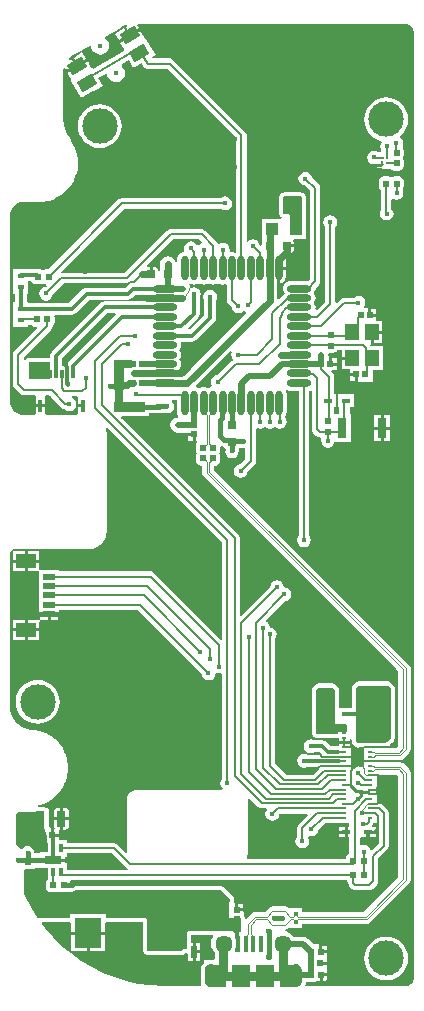
<source format=gtl>
%FSTAX23Y23*%
%MOIN*%
%SFA1B1*%

%IPPOS*%
%AMD23*
4,1,8,-0.009800,0.008300,-0.009800,-0.008300,-0.007300,-0.010800,0.007300,-0.010800,0.009800,-0.008300,0.009800,0.008300,0.007300,0.010800,-0.007300,0.010800,-0.009800,0.008300,0.0*
1,1,0.005000,-0.007300,0.008300*
1,1,0.005000,-0.007300,-0.008300*
1,1,0.005000,0.007300,-0.008300*
1,1,0.005000,0.007300,0.008300*
%
%AMD24*
4,1,4,-0.014800,-0.031300,0.034500,-0.002800,0.014800,0.031300,-0.034500,0.002800,-0.014800,-0.031300,0.0*
%
%AMD28*
4,1,8,0.008300,0.009800,-0.008300,0.009800,-0.010800,0.007300,-0.010800,-0.007300,-0.008300,-0.009800,0.008300,-0.009800,0.010800,-0.007300,0.010800,0.007300,0.008300,0.009800,0.0*
1,1,0.005000,0.008300,0.007300*
1,1,0.005000,-0.008300,0.007300*
1,1,0.005000,-0.008300,-0.007300*
1,1,0.005000,0.008300,-0.007300*
%
%AMD38*
4,1,8,0.013000,-0.011600,0.013000,0.011600,0.009700,0.014900,-0.009700,0.014900,-0.013000,0.011600,-0.013000,-0.011600,-0.009700,-0.014900,0.009700,-0.014900,0.013000,-0.011600,0.0*
1,1,0.006600,0.009700,-0.011600*
1,1,0.006600,0.009700,0.011600*
1,1,0.006600,-0.009700,0.011600*
1,1,0.006600,-0.009700,-0.011600*
%
%AMD40*
4,1,8,0.011600,0.013000,-0.011600,0.013000,-0.014900,0.009700,-0.014900,-0.009700,-0.011600,-0.013000,0.011600,-0.013000,0.014900,-0.009700,0.014900,0.009700,0.011600,0.013000,0.0*
1,1,0.006600,0.011600,0.009700*
1,1,0.006600,-0.011600,0.009700*
1,1,0.006600,-0.011600,-0.009700*
1,1,0.006600,0.011600,-0.009700*
%
%AMD46*
4,1,8,-0.014900,0.021900,-0.014900,-0.021900,-0.011200,-0.025600,0.011200,-0.025600,0.014900,-0.021900,0.014900,0.021900,0.011200,0.025600,-0.011200,0.025600,-0.014900,0.021900,0.0*
1,1,0.007400,-0.011200,0.021900*
1,1,0.007400,-0.011200,-0.021900*
1,1,0.007400,0.011200,-0.021900*
1,1,0.007400,0.011200,0.021900*
%
%AMD107*
4,1,8,-0.023600,0.017600,-0.023600,-0.017600,-0.003800,-0.037400,0.003800,-0.037400,0.023600,-0.017600,0.023600,0.017600,0.003800,0.037400,-0.003800,0.037400,-0.023600,0.017600,0.0*
1,1,0.039600,-0.003800,0.017600*
1,1,0.039600,-0.003800,-0.017600*
1,1,0.039600,0.003800,-0.017600*
1,1,0.039600,0.003800,0.017600*
%
%ADD10C,0.009800*%
%ADD11C,0.003900*%
%ADD12C,0.007900*%
%ADD13C,0.023600*%
%ADD14C,0.005900*%
%ADD16C,0.019700*%
%ADD17R,0.019300X0.038800*%
%ADD18R,0.059100X0.074800*%
%ADD19R,0.015700X0.053100*%
%ADD20R,0.066900X0.047200*%
%ADD21R,0.039400X0.019700*%
%ADD22R,0.022800X0.021300*%
G04~CAMADD=23~8~0.0~0.0~217.0~197.0~25.0~0.0~15~0.0~0.0~0.0~0.0~0~0.0~0.0~0.0~0.0~0~0.0~0.0~0.0~90.0~196.0~216.0*
%ADD23D23*%
G04~CAMADD=24~9~0.0~0.0~571.0~394.0~0.0~0.0~0~0.0~0.0~0.0~0.0~0~0.0~0.0~0.0~0.0~0~0.0~0.0~0.0~210.0~690.0~625.0*
%ADD24D24*%
%ADD25R,0.016500X0.009100*%
%ADD26R,0.029500X0.011800*%
%ADD27R,0.025200X0.016500*%
G04~CAMADD=28~8~0.0~0.0~217.0~197.0~25.0~0.0~15~0.0~0.0~0.0~0.0~0~0.0~0.0~0.0~0.0~0~0.0~0.0~0.0~0.0~217.0~197.0*
%ADD28D28*%
%ADD29R,0.031500X0.066900*%
%ADD30O,0.023600X0.080700*%
%ADD31O,0.080700X0.023600*%
%ADD32R,0.013800X0.029500*%
%ADD33R,0.057100X0.025600*%
%ADD34R,0.021300X0.022800*%
%ADD35R,0.047200X0.055100*%
%ADD36R,0.011800X0.039400*%
%ADD37R,0.011800X0.027600*%
G04~CAMADD=38~8~0.0~0.0~299.0~260.0~33.0~0.0~15~0.0~0.0~0.0~0.0~0~0.0~0.0~0.0~0.0~0~0.0~0.0~0.0~270.0~260.0~298.0*
%ADD38D38*%
%ADD39R,0.039400X0.039400*%
G04~CAMADD=40~8~0.0~0.0~299.0~260.0~33.0~0.0~15~0.0~0.0~0.0~0.0~0~0.0~0.0~0.0~0.0~0~0.0~0.0~0.0~0.0~299.0~260.0*
%ADD40D40*%
%ADD41R,0.033500X0.033500*%
%ADD42R,0.033500X0.033500*%
%ADD43R,0.024000X0.016000*%
%ADD44R,0.013000X0.011000*%
%ADD45R,0.011000X0.013000*%
G04~CAMADD=46~8~0.0~0.0~512.0~299.0~37.0~0.0~15~0.0~0.0~0.0~0.0~0~0.0~0.0~0.0~0.0~0~0.0~0.0~0.0~90.0~298.0~512.0*
%ADD46D46*%
%ADD47R,0.090600X0.098400*%
%ADD48R,0.014200X0.013000*%
%ADD87C,0.017700*%
%ADD88C,0.050000*%
%ADD89C,0.031500*%
%ADD90C,0.015700*%
%ADD91C,0.005100*%
%ADD92C,0.004300*%
%ADD93C,0.006700*%
%ADD94C,0.011800*%
%ADD95C,0.021300*%
%ADD96C,0.017700*%
%ADD97C,0.013000*%
%ADD98C,0.027600*%
%ADD99C,0.021700*%
%ADD100C,0.008700*%
%ADD101C,0.007100*%
%ADD102C,0.004400*%
%ADD103C,0.006900*%
%ADD104C,0.013800*%
%ADD105C,0.033500*%
%ADD106C,0.057100*%
G04~CAMADD=107~8~0.0~0.0~748.0~472.0~198.0~0.0~15~0.0~0.0~0.0~0.0~0~0.0~0.0~0.0~0.0~0~0.0~0.0~0.0~90.0~472.0~748.0*
%ADD107D107*%
%ADD108C,0.118100*%
%ADD109C,0.015700*%
%LNleft_board-1*%
%LPD*%
G36*
X03487Y04524D02*
X0349Y04524D01*
X03495Y04522*
X035Y0452*
X03504Y04517*
X03508Y04513*
X03511Y04509*
X03513Y04504*
X03514Y04499*
X03515Y04496*
Y01343*
X03514Y01341*
X03513Y01336*
X03511Y01331*
X03508Y01326*
X03504Y01322*
X03499Y01319*
X03495Y01317*
X03489Y01316*
X03487Y01316*
X03156Y01316*
X03152Y01321*
X03154Y01324*
X03154Y0133*
X03159*
X03163Y01329*
X03178*
X03185Y0133*
X0319Y01334*
X03191Y01336*
X03194Y01334*
X03199Y01333*
X03201*
Y01354*
X03206*
Y01359*
X03226*
Y01362*
X03225Y01367*
X03225Y01372*
Y01387*
X03203*
Y01397*
X03225*
Y0141*
X03225*
Y01426*
X03204*
Y01431*
X03199*
Y01451*
X03198*
Y01455*
X03182*
X03163Y01474*
X03155Y01479*
X03146Y01481*
X03113*
X03108Y01487*
X03099Y01494*
X03089Y01498*
X03084Y01499*
X03084Y01504*
X03085*
X03091Y01505*
X03095Y01508*
X031Y01509*
X03142*
Y01522*
X03357*
X03363Y01524*
X03369Y01527*
X035Y01658*
X03503Y01663*
X03504Y01669*
Y02027*
X03503Y02034*
X035Y02039*
X03481Y02058*
X03476Y02061*
X03469Y02063*
X03391*
Y02068*
X03392Y02069*
X03468*
X03475Y0207*
X0348Y02074*
X035Y02093*
X03503Y02099*
X03505Y02105*
Y02376*
X03503Y02382*
X035Y02387*
X0285Y03037*
Y03051*
X02854*
X0286Y03053*
X02866Y03056*
X02869Y03062*
X0287Y03068*
Y03083*
X02869Y03089*
X02866Y03093*
X02869Y03097*
X0287Y03103*
Y03113*
X02874Y03115*
X02875Y03116*
X02879Y03115*
X02883Y03109*
X02887Y03107*
Y03103*
X02886Y03098*
X02888Y03089*
X02893Y03082*
X029Y03077*
X02909Y03075*
X02918Y03077*
X02925Y03082*
X0293Y03089*
X02932Y03098*
X02931Y03103*
Y03109*
X02932Y03111*
X02939*
X02944Y0311*
X02949Y03111*
X02953Y03108*
Y03074*
X02934Y03055*
X02929Y03054*
X02921Y03049*
X02916Y03042*
X02914Y03033*
X02916Y03024*
X02921Y03017*
X02929Y03012*
X02938Y0301*
X02946Y03012*
X02954Y03017*
X02959Y03024*
X0296Y0303*
X02984Y03054*
X02988Y0306*
X02989Y03066*
Y03173*
X02993Y03175*
X02994Y03175*
X03003Y03173*
X03011Y03175*
X03019Y0318*
X03026Y03175*
X03035Y03173*
X03044Y03175*
X03051Y0318*
X03059Y03175*
X03067Y03173*
X03076Y03175*
X03084Y0318*
X03089Y03188*
X03091Y03196*
X03089Y03205*
X03085Y03212*
Y03214*
X03088Y03218*
X0309Y03224*
X03091Y03231*
Y03288*
X0309Y03295*
X03088Y033*
X0309Y03302*
X0309Y03302*
X03092Y03304*
X03097Y03301*
X03104Y03301*
X03132*
Y02818*
X03128Y02812*
X03126Y02803*
X03128Y02794*
X03133Y02786*
X0314Y02781*
X03149Y0278*
X03158Y02781*
X03165Y02786*
X0317Y02794*
X03172Y02803*
X0317Y02812*
X03166Y02818*
Y033*
X03171Y03301*
X03175Y03299*
Y03173*
X03176Y03167*
X0318Y03161*
X0319Y03151*
X03196Y03147*
X03203Y03145*
X03203Y03145*
X03206Y0314*
X03205Y03133*
X03207Y03125*
X03212Y03117*
X03219Y03112*
X03228Y0311*
X03237Y03112*
X03244Y03117*
X03249Y03125*
X0325Y03128*
X03305*
Y03223*
X03301*
Y03245*
X03315*
Y03289*
X03263*
Y03245*
X03265*
Y03223*
X03249*
Y03245*
X03256*
Y03289*
X03249*
Y03346*
X03248Y03353*
X03244Y03358*
X03239Y03364*
X03241Y03369*
X03258*
Y03384*
X03236*
Y03389*
X03231*
Y03413*
X03231Y03414*
X03229Y03418*
X03228Y03421*
X03233Y03426*
X03245*
X03251Y03428*
X03257Y03431*
X0326Y03435*
X03275*
Y03414*
X03309*
Y03404*
X03275*
Y03372*
X03301*
Y0336*
X03323*
Y03355*
X03328*
Y03334*
X03328*
Y0333*
X03379*
Y03368*
X03413*
Y03451*
X03372*
X0337Y03453*
X03371Y03454*
Y03496*
X03376*
Y03501*
X03409*
Y03534*
X0339*
Y03547*
X03368*
Y03552*
X03363*
Y03572*
X03363*
Y03576*
X03351*
X03349Y03581*
X03352Y03585*
X03353Y03594*
X03352Y03603*
X03347Y0361*
X03339Y03615*
X0333Y03617*
X03321Y03615*
X03315Y03611*
X03283*
X03276Y0361*
X03271Y03606*
X03258Y03593*
X03253Y03595*
Y03847*
X03257Y03853*
X03259Y03862*
X03257Y03871*
X03252Y03878*
X03245Y03883*
X03236Y03885*
X03227Y03883*
X03219Y03878*
X03214Y03871*
X03213Y03862*
X03214Y03853*
X03218Y03847*
Y03597*
X03192Y03571*
X03186Y03572*
X03186Y03572*
X03187Y03578*
X03186Y03585*
X03183Y03591*
X03181Y03594*
X03183Y03597*
X03186Y03603*
X03187Y0361*
X03186Y03616*
X03183Y03623*
X03181Y03626*
X03183Y03628*
X03186Y03635*
X03187Y03641*
Y03642*
X03197Y03652*
X03201Y03658*
X03203Y03665*
Y03976*
X03201Y03983*
X03197Y03989*
X03176Y04011*
X03174Y04016*
X03169Y04024*
X03162Y04029*
X03153Y04031*
X03144Y04029*
X03137Y04024*
X03132Y04016*
X0313Y04007*
X03132Y03999*
X03137Y03991*
X03144Y03986*
X0315Y03985*
X03167Y03968*
Y03672*
X03161Y03667*
X03161*
X03104*
X03097Y03666*
X03091Y03664*
X03086Y0366*
X03082Y03654*
X03079Y03648*
X03078Y03641*
X03079Y03635*
X03082Y03628*
X03084Y03626*
X03082Y03623*
X0308Y0362*
X03079Y03619*
X03065Y03605*
X0306Y03607*
Y03655*
X0306Y03655*
Y03708*
X03065*
Y03713*
X03088*
Y03737*
X03086Y03745*
X03081Y03752*
X03081Y03753*
X03081Y03755*
X03082Y03758*
X03086*
Y03783*
X03091*
Y03788*
X03114*
Y03795*
X03113Y038*
X03112Y03802*
X03115Y03807*
X03155*
Y03839*
X03155Y0384*
Y03944*
X03154Y0395*
X03151Y03954*
X03147Y03958*
X03143Y03961*
X03137Y03962*
X03082*
X03077Y03961*
X03072Y03958*
X03068Y03954*
X03065Y0395*
X03064Y03944*
Y03893*
X03065Y03888*
X03068Y03883*
X03072Y03879*
X03074Y03879*
X03073Y03875*
X03072Y03874*
X03009*
Y03839*
X03009Y03838*
X03008Y03831*
Y03787*
X03003Y03784*
X03002Y03784*
X03001Y03785*
X03Y03791*
X02995Y03798*
X02988Y03803*
X02979Y03805*
X0297Y03803*
X02963Y03798*
X02962Y03797*
X02957Y03798*
Y04152*
X02955Y04159*
X02952Y04164*
X02713Y04403*
X02708Y04406*
X02701Y04408*
X02644*
X02643Y04413*
X02654Y04419*
X0262Y04477*
X02619Y04476*
X02615Y04478*
X02603Y045*
X02569Y0448*
X02536Y04461*
X02548Y04441*
Y04435*
X02547Y04434*
X02548Y04432*
X02446Y04373*
X02445Y04375*
X02444Y04375*
X02439Y04377*
X02427Y04398*
X02394Y04379*
X0236Y0436*
X02372Y04339*
Y04333*
X02371Y04333*
X02405Y04275*
X02445Y04299*
X02448Y04299*
X02454Y04303*
X02454Y04304*
X02478Y04317*
X02463Y04343*
X02488Y04357*
X02492Y04355*
X02493Y04355*
X02493Y04351*
X02496Y04344*
X02501Y04338*
X02507Y04333*
X02515Y0433*
X02522Y04329*
X0253Y0433*
X02537Y04333*
X02543Y04338*
X02548Y04344*
X02551Y04351*
X02552Y04359*
X02551Y04367*
X02548Y04374*
X02543Y0438*
X02541Y04382*
X02541Y04388*
X02541Y04388*
X02565Y04402*
X0258Y04376*
X02607Y04392*
X02613Y04382*
X02614Y0438*
X02615Y04378*
X02616Y04378*
X02617Y04377*
X02619Y04376*
X02621Y04375*
X02622Y04375*
X02623Y04374*
X02625Y04374*
X02627Y04373*
X02694*
X02922Y04145*
Y03764*
X02917Y03761*
X02915Y03762*
X02908Y03763*
X02904Y03762*
X029Y03766*
X029Y03766*
X02901Y03771*
X02899Y0378*
X02894Y03788*
X02886Y03793*
X02878Y03794*
X02869Y03793*
X02864Y03789*
X02861Y03791*
X02857Y03796*
X02819Y03834*
X02813Y03838*
X02807Y03839*
X02704*
X02698Y03838*
X02692Y03834*
X0255Y03692*
X02341*
X02339Y03696*
X02339Y03697*
X02548Y03907*
X02873*
X02878Y03903*
X02886Y03902*
X02895Y03903*
X02903Y03908*
X02908Y03916*
X02909Y03925*
X02908Y03934*
X02903Y03941*
X02895Y03946*
X02886Y03948*
X02878Y03946*
X02873Y03943*
X02541*
X02534Y03941*
X02528Y03938*
X02296Y03706*
X02289*
X02283Y03704*
X02279Y03702*
X02275Y03704*
X02269Y03706*
X02254*
X02252Y03705*
X0223*
Y03706*
X02178*
Y03667*
Y03623*
X02184*
Y03596*
X02178*
Y03557*
Y03513*
X0223*
Y03521*
X02237*
X02238Y03519*
X02244Y03515*
X0225Y03514*
X02258*
X02259Y03509*
X02184Y03434*
X0218Y03428*
X02178Y03421*
Y03322*
X0218Y03315*
X02184Y0331*
X02203Y0329*
X02209Y03286*
X02216Y03285*
X02251*
X02254Y03281*
Y0328*
Y03256*
X02286*
Y0328*
Y03281*
X0229Y03285*
X02299*
X0234Y03244*
X02346Y0324*
X02349Y03239*
X02357Y03234*
X02366Y03232*
X02375Y03234*
X02382Y03239*
X02387Y03247*
X02389Y03255*
X02387Y03264*
X02382Y03272*
X02375Y03277*
X02375Y03282*
X0239*
X02395Y03281*
Y03277*
Y03256*
X02411*
Y03246*
X02395*
Y03226*
X0239Y03221*
X02291*
X02286Y03222*
Y03226*
Y03246*
X02254*
Y03226*
X02249Y03221*
X0221*
X02206*
X02198Y03223*
X02191Y03226*
X02184Y0323*
X02179Y03236*
X02174Y03242*
X02171Y0325*
X0217Y03257*
X0217Y03261*
Y03261*
Y03261*
X02169Y03884*
Y03889*
X02171Y03898*
X02174Y03906*
X02179Y03914*
X02186Y0392*
X02193Y03925*
X02202Y03929*
X02211Y03931*
X02215*
X02264Y03931*
X02264*
X02264*
X02274Y03931*
X02275Y03931*
X02276*
X02296Y03934*
X02297Y03934*
X02298Y03934*
X02318Y03941*
X02318Y03941*
X02319Y03942*
X02337Y03952*
X02338Y03952*
X02339Y03953*
X02355Y03966*
X02356Y03966*
X02356Y03967*
X0237Y03982*
X0237Y03983*
X02371Y03984*
X02382Y04001*
X02382Y04002*
X02383Y04003*
X0239Y04022*
X0239Y04023*
X02391Y04024*
X02395Y04044*
Y04045*
X02395Y04046*
X02395Y04067*
X02395Y04068*
Y04069*
X02392Y04089*
X02392Y0409*
X02391Y04091*
X02385Y0411*
X02384Y04111*
X02384Y04112*
X0238Y04121*
X02379Y04121*
X02379Y04121*
X02364Y04148*
X02364Y04149*
X02364Y04149*
X02359Y04156*
X02352Y04172*
X02347Y04189*
X02345Y04207*
X02345Y04215*
Y04216*
X02344Y04358*
Y04358*
Y04358*
X02344Y04362*
X02345Y04371*
X02346Y04374*
X02351Y04375*
X02355Y04368*
X02384Y04385*
X02372Y04406*
X02367Y04404*
X02364Y04407*
X02366Y0441*
X02373Y04416*
X02377Y04418*
X02434Y04451*
X02435Y04451*
X0244Y04449*
X0244Y04443*
X02443Y04436*
X02448Y0443*
X02454Y04425*
X02461Y04422*
X02469Y04421*
X02477Y04422*
X02484Y04425*
X0249Y0443*
X02495Y04436*
X02498Y04443*
X02499Y04451*
X02498Y04459*
X02495Y04466*
X0249Y04472*
X02486Y04475*
X02485Y04478*
X02486Y04481*
X02537Y04511*
X02537Y04511*
X02537Y04511*
X02543Y04515*
X02556Y0452*
X02558Y04519*
X02559Y04514*
X02556Y04513*
X02569Y04491*
X02598Y04508*
X02591Y04519*
X02591Y0452*
X02592Y04521*
X02594Y04524*
X02687*
X03487*
G37*
G36*
X03141Y03944D02*
Y0384D01*
X03102*
Y03886*
X03099Y03889*
X03082*
X03078Y03893*
Y03944*
X03082Y03948*
X03137*
X03141Y03944*
G37*
G36*
X02808Y03797D02*
X02806Y03792D01*
X02805Y03792*
X02798Y03787*
X02797Y03786*
X02791Y03786*
X02788Y03791*
X0278Y03796*
X02771Y03798*
X02762Y03796*
X02755Y03791*
X0275Y03784*
X02748Y03775*
X0275Y03767*
X02748Y03764*
X02747Y03762*
X02744Y03762*
X02738Y03759*
X02732Y03755*
X02728Y0375*
X02726Y03743*
X02725Y03737*
Y03729*
X0272Y03729*
X02717Y03735*
X02713Y0374*
X02708Y03745*
X02702Y03747*
X02695Y03748*
X02688Y03747*
X02682Y03745*
X02677Y0374*
X02672Y03735*
X0267Y03729*
X02669Y03722*
Y03707*
X02669Y03707*
X02667Y037*
X02663*
X02662Y03705*
X02659Y0371*
X02654Y03713*
X02649Y03714*
X02644*
Y03689*
X02634*
Y03714*
X0263*
X02626Y03713*
X02624Y03718*
X02711Y03805*
X028*
X02808Y03797*
G37*
G36*
X02832Y03657D02*
X02838Y03655D01*
X02845Y03654*
X02852Y03655*
X02858Y03657*
X02861Y03659*
X02864Y03657*
X0287Y03655*
X02877Y03654*
X02883Y03655*
X02886Y03656*
X02891Y03653*
Y03603*
X02893Y03597*
X02896Y03591*
X02907Y03581*
X02909Y03573*
X02914Y03566*
X02921Y03561*
X0293Y03559*
X02939Y03561*
X02946Y03566*
X02948Y03568*
X02952Y03565*
X02956Y03564*
X02957Y0356*
X0275Y03352*
X02737*
X02737Y03353*
X02684*
Y03363*
X02733*
X02733Y03366*
X0273Y03371*
X0273Y03371*
X02735Y03376*
X02737Y03383*
X02738Y03389*
X02737Y03396*
X02735Y03402*
X02732Y03405*
X02735Y03408*
X02737Y03414*
X02738Y03421*
X02737Y03427*
X02735Y03434*
X02732Y03437*
X02735Y03439*
X02737Y03446*
X02738Y03452*
X02737Y03459*
Y0346*
X0274Y03464*
X02775*
X02783Y03465*
X02789Y0347*
X02849Y0353*
X02854Y03536*
X02855Y03544*
Y03603*
X02857Y03604*
X02858Y03613*
X02857Y03622*
X02852Y0363*
X02844Y03635*
X02835Y03636*
X02826Y03635*
X02819Y0363*
X02814Y03622*
X02812Y03613*
X02814Y03604*
X02815Y03603*
Y03552*
X02768Y03505*
X02765Y03505*
X02763Y0351*
X02796Y03543*
X028Y03549*
X02802Y03557*
Y03612*
X02803Y03614*
X02805Y03623*
X02803Y03632*
X02798Y03639*
X0279Y03644*
X02782Y03646*
X02773Y03644*
X02772Y03644*
X02768Y03646*
X02767Y03651*
X02764Y03655*
X02768Y03658*
X02769Y03657*
X02775Y03655*
X02782Y03654*
X02789Y03655*
X02795Y03657*
X02798Y03659*
X02801Y03657*
X02807Y03655*
X02814Y03654*
X0282Y03655*
X02826Y03657*
X02829Y03659*
X02832Y03657*
G37*
G36*
X02242Y03661D02*
X02248Y03657D01*
X02254Y03656*
X02269*
X02275Y03657*
X02279Y0366*
X02283Y03657*
X02289Y03656*
X0229Y03654*
X02291Y03651*
X02288Y03647*
X0228Y03646*
X02273Y03641*
X02268Y03633*
X02266Y03625*
X02268Y03616*
X02273Y03608*
X0228Y03603*
X02289Y03601*
X02298Y03603*
X02305Y03608*
X0231Y03616*
X02312Y03623*
X02347Y03658*
X02557*
X02561Y03659*
X02563Y03654*
X02553Y03644*
X02424*
X02417Y03643*
X0241Y03638*
X02366Y03594*
X0223*
Y03596*
X02224*
Y03623*
X0223*
Y03662*
Y03665*
X02239*
X02242Y03661*
G37*
G36*
X02634Y03616D02*
X02634Y03615D01*
X02684*
Y03605*
X02634*
X02634Y03603*
X02631Y03598*
X02484*
X02476Y03597*
X0247Y03592*
X02307Y0343*
X02302Y03423*
X02301Y03415*
Y03411*
X02232*
X02226Y0341*
X02222Y03407*
X02219Y03403*
X02215Y03404*
X02214Y03404*
Y03413*
X02306Y03504*
X0231Y0351*
X02311Y03517*
Y03518*
X02312Y03519*
X02316Y03524*
X02317Y03531*
Y03547*
X02316Y03549*
X02321Y03554*
X02374*
X02382Y03556*
X02388Y0356*
X02433Y03604*
X02561*
X02569Y03606*
X02576Y0361*
X02587Y03621*
X02631*
X02634Y03616*
G37*
G36*
X02521Y03554D02*
X02366Y03398D01*
X02361Y03392*
X0236Y03384*
Y03383*
X02341*
Y03407*
X02492Y03558*
X02519*
X02521Y03554*
G37*
G36*
X02301Y03356D02*
X02301Y03354D01*
Y03338*
X02232*
Y03397*
X02301*
Y03356*
G37*
G36*
X02907Y0343D02*
X02906Y03421D01*
X02907Y03412*
X02912Y03404*
Y03404*
X02909Y03401*
X0286Y03353*
X02853Y03352*
X02845Y03347*
X0284Y03339*
X02839Y0333*
X0284Y03321*
X02842Y03318*
X0284Y03313*
X02838Y03313*
X02832Y0331*
X02829Y03308*
X02826Y0331*
X0282Y03313*
X02814Y03314*
X02807Y03313*
X02801Y0331*
X02798Y03308*
X02795Y0331*
X0279Y03312*
X02788Y03317*
X02903Y03433*
X02907Y0343*
G37*
G36*
X02725Y03231D02*
X02726Y03224D01*
X02728Y03218*
X0273Y03215*
X02728Y0321*
X02727*
X02717Y03209*
X02709Y03203*
X02704Y03195*
X02702Y03186*
X02704Y03176*
X02709Y03168*
X02717Y03163*
X02727Y03161*
X02761*
Y0316*
X02782*
Y03155*
X02787*
Y03134*
X0279*
X02791Y03132*
X02792Y03129*
X02789Y03124*
X02788Y03118*
Y03103*
X02789Y03097*
X02792Y03093*
X02789Y03089*
X02788Y03083*
Y03068*
X02789Y03062*
X02793Y03056*
X02798Y03053*
X02805Y03051*
X02809*
Y03027*
X0281Y03021*
X02814Y03016*
X03463Y02366*
Y02115*
X03458Y0211*
X03431*
X03429Y02115*
X03431Y02116*
X03435Y0212*
X03436Y0212*
X03436Y02121*
X0344Y02125*
X03442Y02126*
X03442*
X03443Y02127*
X03444Y02127*
X03445Y02128*
X03446Y02129*
X03447Y0213*
X03448Y02131*
X03449Y02133*
X0345Y02134*
X0345Y02135*
X0345Y02136*
Y02138*
X03451Y02139*
Y02311*
X0345Y02316*
X03446Y02321*
X0344Y02327*
X03435Y0233*
X0343Y02332*
X03329*
X03324Y0233*
X03319Y02327*
X03312Y0232*
Y0232*
X03311Y02318*
X03309Y02316*
X03308Y02313*
X03308Y0231*
X03308Y02247*
X03305Y02244*
X0329*
X03288Y02243*
X03266*
Y02303*
X03264Y02308*
X03261Y02313*
X03254Y02321*
X03249Y02324*
X03244Y02325*
X03196*
X03191Y02324*
X03186Y02321*
X03179Y02313*
X03176Y02308*
X03174Y02303*
Y02161*
X03176Y02156*
X03179Y02151*
X03183Y02147*
X03187Y02144*
X03192Y02143*
X03261*
Y02142*
X03265*
Y02134*
X03283*
X03301*
Y02138*
X03302Y02139*
X03304Y02139*
X03308Y02136*
Y0213*
X03309Y02129*
Y02127*
X03309Y02126*
X03309Y02125*
X0331Y02124*
X03311Y02122*
X03312Y02121*
X03312Y0212*
X03314Y02119*
X03315Y02118*
X03318Y02116*
Y02116*
X03323Y02112*
X0333Y02111*
X03347*
Y02079*
Y02047*
X03342Y02045*
X03339Y02046*
X0333Y02048*
X03321Y02046*
X03314Y02041*
X0331Y02036*
X03305Y02037*
Y02079*
Y02115*
X03301*
Y02124*
X03283*
X03265*
Y02118*
X03263Y02117*
X03237*
X03224Y0213*
X03217Y02134*
X0321Y02136*
X03183*
X03181Y02137*
X03172Y02139*
X03163Y02137*
X03155Y02132*
X0315Y02125*
X03149Y02116*
X0315Y02107*
X03155Y02099*
X03163Y02094*
X03172Y02093*
X03181Y02094*
X03183Y02096*
X03201*
X03207Y0209*
X03205Y02086*
X03161*
X03158Y02088*
X03149Y0209*
X0314Y02088*
X03133Y02083*
X03128Y02075*
X03126Y02066*
X03128Y02058*
X03133Y0205*
X0314Y02045*
X03149Y02043*
X03158Y02045*
X03159Y02046*
X03196*
X03198Y02041*
X03178Y02021*
X03089*
X03052Y02058*
Y02473*
X03056Y02479*
X03058Y02488*
X03056Y02497*
X03051Y02504*
X03044Y02509*
X03035Y02511*
X03034Y02516*
X03033Y0252*
X03028Y02528*
X03023Y02531*
X03022Y02537*
X03084Y02599*
X03091Y026*
X03099Y02605*
X03104Y02613*
X03105Y02622*
X03104Y0263*
X03099Y02638*
X03091Y02643*
X03087Y02644*
X03082Y02645*
X03081Y0265*
X0308Y02654*
X03075Y02662*
X03067Y02667*
X03059Y02668*
X0305Y02667*
X03042Y02662*
X03037Y02654*
X03036Y02647*
X02939Y02549*
X02934Y02551*
Y02811*
X02933Y02817*
X02929Y02823*
X0254Y03211*
X02542Y03216*
X02602*
X02604Y03216*
X02632*
Y03225*
X02661*
X02661*
X02661*
X02665*
X0267Y03226*
X02687*
X02692Y03225*
X02701Y03226*
X02709Y03231*
X02714Y03239*
X02716Y03248*
X02714Y03256*
X02709Y03264*
X02709Y03266*
X0271Y03269*
X02725*
Y03231*
G37*
G36*
X02876Y02796D02*
Y02472D01*
X02872Y02471*
X02649Y02693*
X02644Y02696*
X02637Y02698*
X02332*
Y02704*
X02265*
Y02727*
X02227*
Y02698*
X02265*
Y02657*
Y02626*
Y02594*
Y02563*
X02269*
Y0256*
X02299*
X02328*
Y02563*
X02332*
Y02569*
X02595*
X02807Y02357*
X02809Y02349*
X02814Y02341*
X02821Y02336*
X0283Y02335*
X02839Y02336*
X02847Y02341*
X02852Y02349*
X02853Y02357*
X02855Y02359*
X02858Y0236*
X02866Y02358*
X02871Y02359*
X02876Y02356*
Y02007*
X02872Y02001*
X0287Y01992*
X02872Y01983*
X02877Y01976*
X02875Y01971*
X02593*
X02589*
X02587Y0197*
X02584Y0197*
X02576Y01967*
X02574Y01965*
X02572Y01964*
X02566Y01958*
X02563Y01953*
X0256Y01946*
X0256Y01944*
X02559Y01941*
Y01937*
Y01763*
X02554Y01761*
X02528Y01787*
X02522Y01791*
X02515Y01793*
X02359*
Y01804*
X02332*
Y01813*
X0231*
Y01818*
X02305*
Y01839*
X02305*
Y01843*
X02302*
X02298Y01848*
X02299Y01851*
Y01895*
X02298Y01902*
X02294Y01908*
X02288Y01911*
X02281Y01913*
X02261*
X02261Y01918*
X02269Y0192*
X0227Y0192*
X02271Y0192*
X02288Y01926*
X02288Y01927*
X02289Y01927*
X02305Y01936*
X02305Y01936*
X02306Y01937*
X0232Y01948*
X0232Y01948*
X02321Y01949*
X02333Y01962*
X02334Y01962*
X02334Y01963*
X02345Y01978*
X02345Y01978*
X02345Y01979*
X02353Y01995*
X02353Y01996*
X02354Y01996*
X02359Y02013*
X02359Y02014*
X02359Y02015*
X02362Y02033*
X02362Y02033*
X02362Y02034*
X02362Y02052*
X02362Y02053*
Y02054*
X02359Y02071*
X02359Y02072*
X02359Y02073*
X02354Y0209*
X02353Y02091*
X02353Y02091*
X02345Y02107*
X02345Y02108*
X02344Y02109*
X02334Y02123*
X02334Y02124*
X02333Y02125*
X02321Y02138*
X0232Y02138*
X0232Y02139*
X02306Y0215*
X02305Y0215*
X02304Y0215*
X02289Y02159*
X02288Y02159*
X02287Y0216*
X0227Y02166*
X0227Y02166*
X02269Y02166*
X02251Y0217*
X02251*
X0225Y0217*
X02241Y02171*
X02241*
X02241Y02171*
X02234Y02171*
X0222Y02175*
X02207Y0218*
X02196Y02189*
X02186Y02199*
X02178Y02211*
X02173Y02224*
X0217Y02237*
Y02245*
X02169Y02759*
Y02762*
X02171Y02766*
X02175Y0277*
X0218Y02772*
X02182Y02772*
X02182*
X0243*
X02431Y02772*
X02431*
X02436Y02772*
X02437Y02772*
X02437*
X02447Y02774*
X02448Y02774*
X02449Y02775*
X02458Y02778*
X02459Y02779*
X0246Y02779*
X02468Y02785*
X02469Y02785*
X02469Y02786*
X02476Y02793*
X02477Y02794*
X02478Y02795*
X02483Y02803*
X02483Y02804*
X02484Y02804*
X02488Y02813*
X02488Y02814*
X02488Y02815*
X0249Y02825*
Y02826*
X0249Y02826*
X02491Y02831*
Y02832*
Y02832*
Y03161*
Y03161*
Y03162*
X0249Y03167*
X0249Y03167*
Y03168*
X02489Y03176*
X02493Y03179*
X02876Y02796*
G37*
G36*
X03252Y02303D02*
Y02192D01*
X03255Y02189*
X03287*
X03291Y02185*
Y02163*
X03261*
Y02157*
X03192*
X03189Y02161*
Y02303*
X03196Y02311*
X03244*
X03252Y02303*
G37*
G36*
X0343Y02317D02*
X03437Y02311D01*
Y02139*
X03436Y02139*
X03428Y02134*
X03426Y0213*
X03391*
Y02131*
X03347*
Y0213*
X03343Y02129*
X03341Y02128*
X03339Y02128*
X0333Y02126*
X03327Y02127*
X03322Y0213*
X03322Y0231*
X03329Y02317*
X0343*
G37*
G36*
X03397Y01882D02*
Y01791D01*
X03374Y01769*
X0337Y0177*
X03369Y01772*
X03364Y0178*
X03357Y01785*
X03348Y01786*
X0334Y01785*
X03338Y01785*
X03335Y01787*
Y01809*
X03338Y01813*
X03358*
Y01829*
X03363*
Y01834*
X03387*
Y01845*
X03378*
X03376Y01848*
X03376Y0185*
X03379Y01855*
X0338Y01858*
X03391*
Y01879*
X03396Y01882*
X03397Y01882*
G37*
G36*
X02283Y01842D02*
X02285Y0184D01*
Y01794*
X02291*
Y01762*
X0227*
Y01759*
X02262*
X02259Y0176*
X02257Y01759*
X0225*
Y0176*
X02248Y01769*
X02243Y01777*
X02236Y01782*
X02227Y01783*
X02218Y01782*
X02211Y01777*
X02208Y01773*
X02203Y01773*
X02189Y01788*
Y01889*
X02195Y01895*
X02197Y01897*
X02283*
Y01842*
G37*
G36*
X02995Y01913D02*
X03001Y01909D01*
X03007Y01908*
X03022*
X03025Y01903*
X03022Y01898*
X0302Y01889*
X03022Y0188*
X03027Y01873*
X03034Y01868*
X03043Y01866*
X03052Y01868*
X03059Y01873*
X03064Y0188*
X03066Y01888*
X03068Y01891*
X03159*
X03161Y01886*
X03131Y01856*
X03128Y01851*
X03126Y01844*
Y01813*
X03122Y01807*
X0312Y01798*
X03122Y01789*
X03127Y01782*
X03134Y01777*
X03143Y01775*
X03152Y01777*
X0316Y01782*
X03165Y01789*
X03166Y01798*
X03165Y01807*
X03163Y01809*
X03164Y01816*
X03165Y01817*
X03173Y01815*
X03182Y01817*
X03189Y01822*
X03194Y01829*
X03196Y01837*
X03218Y0186*
X03261*
Y01858*
X033*
Y01845*
X03295*
Y01829*
Y01813*
X033*
Y01756*
X03299Y01755*
X03293Y01752*
X0329Y01747*
X03289Y01741*
X02961*
X0296Y01741*
X02958Y01746*
X0296Y01751*
X02961Y01756*
Y0176*
Y01937*
Y0194*
X02963Y01941*
X02966Y01942*
X02995Y01913*
G37*
G36*
X02555Y01711D02*
D01*
X02561Y01707*
X02562Y01707*
X02562Y01702*
X02359*
Y01725*
X02351*
Y01731*
X02313*
Y01741*
X02351*
Y01747*
X02359*
Y01758*
X02508*
X02555Y01711*
G37*
G36*
X03463Y02017D02*
Y0168D01*
X03347Y01563*
X03142*
Y01577*
X031*
X03095Y01578*
X03091Y01581*
X03085Y01582*
X03043*
X03037Y01581*
X03031Y01577*
X03018Y01563*
X02986*
X0298Y01562*
X02975Y01559*
X02956Y01539*
X02951Y01541*
Y01544*
X0295Y0155*
X02949Y0155*
Y01564*
X02945*
Y01565*
X02925*
Y0157*
X0292*
Y01591*
X02918*
X02915Y01595*
Y01606*
X02914Y01611*
X02911Y01616*
X0288Y01647*
X02875Y0165*
X0287Y01651*
X02389*
X02388Y01651*
X02386*
X02385Y01651*
X02384Y0165*
X02382Y0165*
X02381Y01649*
X02377Y01646*
X02372Y01645*
X02367*
Y01648*
X02347*
Y01658*
X02367*
Y01661*
X02367Y01663*
X02371Y01668*
X03291*
X03293Y01665*
X03295Y01663*
Y0166*
X03297Y01653*
X033Y01648*
X03308Y0164*
X03314Y01636*
X0332Y01635*
X03365*
X03371Y01636*
X03377Y0164*
X03391Y01654*
X03394Y01659*
X03396Y01666*
Y01741*
X03426Y01772*
X03429Y01777*
X03431Y01784*
Y01893*
X03429Y019*
X03426Y01906*
X03411Y0192*
X03405Y01924*
X03399Y01925*
X03391*
Y01958*
X03387*
Y01969*
X03391*
Y02021*
X03459*
X03463Y02017*
G37*
G36*
X02611Y01437D02*
X02613Y01431D01*
X02614Y01429*
Y01429*
X02614*
X02616Y01427*
X0262Y01423*
X02624Y0142*
X02629Y01419*
X02739*
X0274Y01419*
X02741*
X02743Y01419*
X02744Y0142*
X02745Y0142*
X02747Y01421*
X02748Y01422*
X02752Y01425*
X02758Y01426*
X02758*
X02758Y01426*
X0276Y01426*
X02762Y01424*
X02763Y01423*
Y014*
X02778*
Y0143*
Y01459*
X02773*
Y01485*
X02844*
X02846Y01481*
X02844Y01478*
X0284Y01468*
X02838Y01457*
X0284Y01446*
X02844Y01436*
X02851Y01427*
Y01406*
X02846Y01402*
X02845*
X02838*
X02838*
X02838*
X02835Y01402*
X02816*
Y01394*
X02814Y01392*
X02808Y01385*
X02805Y01377*
X02804Y01368*
Y01368*
Y01333*
Y01333*
Y01333*
X02805Y01324*
X02806Y01321*
X02803Y01316*
X02699*
X02699*
X02699*
X02679Y01316*
X02637Y01318*
X02596Y01324*
X02556Y01333*
X02517Y01346*
X02478Y01361*
X02441Y01379*
X02406Y01401*
X02372Y01425*
X0234Y01451*
X02311Y0148*
X02284Y01511*
X02274Y01524*
X02276Y01529*
X02307*
X0237*
X02373Y01526*
Y01497*
X02429*
X02484*
Y01526*
X02488Y01529*
X02611*
Y01437*
G37*
G36*
X02292Y01672D02*
X02289Y01668D01*
X02288Y01661*
Y01645*
X02289Y01638*
X02292Y01633*
X02298Y01629*
X02304Y01628*
X02319*
X02325Y01629*
X02329Y01632*
X02333Y01629*
X0234Y01628*
X02354*
X02361Y01629*
X02363Y01631*
X02374*
X02382Y01633*
X02389Y01637*
X0287*
X02901Y01606*
Y01595*
X029*
Y01544*
X02937*
Y01497*
X02932*
Y01429*
X02917*
Y01434*
X02918Y01436*
X02922Y01446*
X02924Y01457*
X02922Y01468*
X02918Y01478*
X02917Y0148*
Y01492*
X02909Y015*
X02883*
X02881Y015*
X02879Y015*
X02763*
X02759Y01496*
Y01443*
X02756Y0144*
X02755*
X02747Y01438*
X02739Y01433*
X02739Y01433*
X02629*
X02626Y01437*
Y01539*
X02622Y01543*
X02488*
Y01555*
X0237*
Y01543*
X02307*
X0226*
X02259Y01545*
X02237Y0158*
X02218Y01616*
X02215Y01624*
Y01702*
X02252*
Y01708*
X02292*
Y01672*
G37*
G36*
X03141Y01333D02*
X03121D01*
Y01368*
X03141*
Y01333*
G37*
G36*
X02838D02*
X02818D01*
Y01368*
X02838*
Y01333*
G37*
%LNleft_board-2*%
%LPC*%
G36*
X02548Y04508D02*
X02518Y04491D01*
X02531Y0447*
X0256Y04486*
X02548Y04508*
G37*
G36*
X0241Y04428D02*
X02381Y04411D01*
X02393Y0439*
X02422Y04407*
X0241Y04428*
G37*
G36*
X02468Y04256D02*
X02453Y04254D01*
X0244Y0425*
X02427Y04243*
X02416Y04234*
X02407Y04223*
X024Y04211*
X02396Y04197*
X02395Y04183*
X02396Y04168*
X024Y04155*
X02407Y04142*
X02416Y04131*
X02427Y04122*
X0244Y04115*
X02453Y04111*
X02468Y04109*
X02482Y04111*
X02496Y04115*
X02508Y04122*
X02519Y04131*
X02529Y04142*
X02535Y04155*
X02539Y04168*
X02541Y04183*
X02539Y04197*
X02535Y04211*
X02529Y04223*
X02519Y04234*
X02508Y04243*
X02496Y0425*
X02482Y04254*
X02468Y04256*
G37*
G36*
X03422Y04278D02*
X03408Y04277D01*
X03394Y04273*
X03382Y04266*
X03371Y04257*
X03362Y04246*
X03355Y04233*
X03351Y04219*
X03349Y04205*
X03351Y04191*
X03355Y04177*
X03362Y04164*
X03371Y04153*
X03382Y04144*
X03394Y04137*
X03406Y04134*
X03408Y04129*
X03408Y04128*
X03404Y04124*
X03403Y04115*
X03404Y04106*
X03406Y04103*
X03407Y04101*
X03403Y04096*
X03395*
X03391Y04099*
X03382Y04101*
X03373Y04099*
X03366Y04094*
X03361Y04087*
X03359Y04078*
X03361Y04069*
X03366Y04061*
X03373Y04056*
X03382Y04055*
X03388Y04056*
X03393Y04052*
X03393Y04052*
Y04042*
X03407*
Y0404*
X03436*
X03437Y04039*
X03442Y04035*
X03448Y04034*
X03465*
X03471Y04035*
X03477Y04039*
X0348Y04044*
X03482Y04051*
Y04065*
X0348Y04072*
X03478Y04076*
X0348Y0408*
X03482Y04086*
Y04101*
X0348Y04107*
X03477Y04113*
X03475Y04113*
X03478Y04117*
X03479Y04126*
X03478Y04134*
X03473Y04142*
X03469Y04144*
X03469Y04149*
X03474Y04153*
X03483Y04164*
X0349Y04177*
X03494Y04191*
X03496Y04205*
X03494Y04219*
X0349Y04233*
X03483Y04246*
X03474Y04257*
X03463Y04266*
X0345Y04273*
X03437Y04277*
X03422Y04278*
G37*
G36*
X03465Y04016D02*
X0345D01*
X03444Y04014*
X0344Y04012*
X03436Y04014*
X03429Y04016*
X03414*
X03408Y04014*
X03403Y04011*
X03399Y04005*
X03398Y03999*
Y03982*
X03399Y03976*
X03403Y03971*
X03405Y03969*
Y03904*
X03402Y039*
X03401Y03891*
X03402Y03882*
X03407Y03875*
X03415Y0387*
X03424Y03868*
X03433Y0387*
X0344Y03875*
X03445Y03882*
X03447Y03891*
X03445Y039*
X0344Y03907*
Y03937*
X03445Y0394*
X03448Y03938*
X03457Y03936*
X03466Y03938*
X03474Y03943*
X03479Y0395*
X0348Y03959*
X03479Y03968*
X03477Y03971*
X0348Y03976*
X03481Y03982*
Y03999*
X0348Y04005*
X03476Y04011*
X03471Y04014*
X03465Y04016*
G37*
G36*
X03114Y03778D02*
X03096D01*
Y03758*
X03101*
X03106Y03759*
X0311Y03762*
X03113Y03766*
X03114Y03771*
Y03778*
G37*
G36*
X03088Y03703D02*
X0307D01*
Y03658*
X03074Y03659*
X03081Y03664*
X03086Y03671*
X03088Y0368*
Y03703*
G37*
G36*
X0339Y03572D02*
X03373D01*
Y03557*
X0339*
Y03572*
G37*
G36*
X03409Y03491D02*
X03381D01*
Y03458*
X03409*
Y03491*
G37*
G36*
X03258Y0341D02*
X03241D01*
Y03394*
X03258*
Y0341*
G37*
G36*
X03318Y0335D02*
X03301D01*
Y03334*
X03318*
Y0335*
G37*
G36*
X03435Y03219D02*
X03414D01*
Y03181*
X03435*
Y03219*
G37*
G36*
X03404D02*
X03383D01*
Y03181*
X03404*
Y03219*
G37*
G36*
X03435Y03171D02*
X03414D01*
Y03132*
X03435*
Y03171*
G37*
G36*
X03404D02*
X03383D01*
Y03132*
X03404*
Y03171*
G37*
G36*
X03225Y01451D02*
X03209D01*
Y01436*
X03225*
Y01451*
G37*
G36*
X03422Y01481D02*
X03408Y0148D01*
X03394Y01476*
X03382Y01469*
X03371Y0146*
X03362Y01449*
X03355Y01436*
X03351Y01422*
X03349Y01408*
X03351Y01394*
X03355Y0138*
X03362Y01367*
X03371Y01356*
X03382Y01347*
X03394Y0134*
X03408Y01336*
X03422Y01335*
X03437Y01336*
X0345Y0134*
X03463Y01347*
X03474Y01356*
X03483Y01367*
X0349Y0138*
X03494Y01394*
X03496Y01408*
X03494Y01422*
X0349Y01436*
X03483Y01449*
X03474Y0146*
X03463Y01469*
X0345Y01476*
X03437Y0148*
X03422Y01481*
G37*
G36*
X03226Y01349D02*
X03211D01*
Y01333*
X03214*
X03218Y01334*
X03223Y01337*
X03225Y01341*
X03226Y01346*
Y01349*
G37*
G36*
X02777Y0315D02*
X02761D01*
Y03134*
X02777*
Y0315*
G37*
G36*
X02265Y02765D02*
X02227D01*
Y02737*
X02265*
Y02765*
G37*
G36*
X02217D02*
X02179D01*
Y02737*
X02217*
Y02765*
G37*
G36*
Y02727D02*
X02179D01*
Y02698*
X02217*
Y02727*
G37*
G36*
X02328Y0255D02*
X02304D01*
Y02535*
X02328*
Y0255*
G37*
G36*
X02294D02*
X02269D01*
Y02544*
X02268Y02539*
X02264Y02537*
X02227*
Y02508*
X02265*
Y02528*
X02267Y02533*
X0227Y02535*
X02294*
Y0255*
G37*
G36*
X02217Y02537D02*
X02179D01*
Y02508*
X02217*
Y02537*
G37*
G36*
X02265Y02498D02*
X02227D01*
Y0247*
X02265*
Y02498*
G37*
G36*
X02217D02*
X02179D01*
Y0247*
X02217*
Y02498*
G37*
G36*
X02261Y02337D02*
X02247Y02335D01*
X02233Y02331*
X0222Y02324*
X02209Y02315*
X022Y02304*
X02193Y02291*
X02189Y02278*
X02188Y02263*
X02189Y02249*
X02193Y02235*
X022Y02223*
X02209Y02212*
X0222Y02202*
X02233Y02196*
X02247Y02192*
X02261Y0219*
X02275Y02192*
X02289Y02196*
X02302Y02202*
X02313Y02212*
X02322Y02223*
X02329Y02235*
X02333Y02249*
X02334Y02263*
X02333Y02278*
X02329Y02291*
X02322Y02304*
X02313Y02315*
X02302Y02324*
X02289Y02331*
X02275Y02335*
X02261Y02337*
G37*
G36*
X02352Y01909D02*
X02345D01*
Y01878*
X02366*
Y01895*
X02365Y019*
X02362Y01905*
X02357Y01908*
X02352Y01909*
G37*
G36*
X02335D02*
X02329D01*
X02324Y01908*
X02319Y01905*
X02316Y019*
X02315Y01895*
Y01878*
X02335*
Y01909*
G37*
G36*
X02366Y01868D02*
X02345D01*
Y01837*
X02352*
X02357Y01838*
X02362Y01841*
X02365Y01846*
X02366Y01851*
Y01868*
G37*
G36*
X02335D02*
X02315D01*
Y01851*
X02316Y01846*
X02317Y01844*
X02315Y0184*
Y01823*
X02332*
Y01837*
X02335*
Y01868*
G37*
G36*
X03387Y01824D02*
X03368D01*
Y01813*
X03387*
Y01824*
G37*
G36*
X03285Y01845D02*
X03265D01*
Y01834*
X03285*
Y01845*
G37*
G36*
Y01824D02*
X03265D01*
Y01813*
X03285*
Y01824*
G37*
G36*
X02945Y01591D02*
X0293D01*
Y01575*
X02945*
Y01591*
G37*
G36*
X02803Y01459D02*
X02788D01*
Y01435*
X02803*
Y01459*
G37*
G36*
X02484Y01487D02*
X02434D01*
Y01432*
X02484*
Y01487*
G37*
G36*
X02424D02*
X02373D01*
Y01432*
X02424*
Y01487*
G37*
G36*
X02803Y01425D02*
X02788D01*
Y014*
X02803*
Y01425*
G37*
%LNleft_board-3*%
%LPD*%
G54D10*
X03301Y01987D02*
X03322Y01966D01*
X03327Y0194D02*
X0334Y01952D01*
Y01964*
X03157Y04051D02*
X03159Y04052D01*
X03403*
X03408Y04057*
X0334Y01964D02*
X03362D01*
X03339Y01966D02*
X0334Y01964D01*
X03322Y01966D02*
X03339D01*
G54D11*
X02749Y03613D02*
X0275D01*
X02756Y0362*
Y03623*
X02758Y03625*
X02759*
X02763Y03629*
Y03632*
X02766Y03636*
Y03643*
X02775Y03651*
X03342Y01893D02*
Y01903D01*
X03351Y01912*
Y01917*
X03357Y01923*
X03368*
X03369Y01924*
G54D12*
X0337Y01829D02*
X0338D01*
X02541Y03925D02*
X02886D01*
X02938Y03033D02*
X02971Y03066D01*
Y03259*
X03185Y03665D02*
Y03976D01*
X03153Y04007D02*
X03185Y03976D01*
X02216Y03303D02*
X02307D01*
X02365Y03256D02*
X02366Y03255D01*
X02307Y03303D02*
X02353Y03256D01*
X02365*
X02196Y03322D02*
X02216Y03303D01*
X02196Y03322D02*
Y03421D01*
X03161Y03641D02*
X03185Y03665D01*
X03132Y03641D02*
X03161D01*
X02208Y03535D02*
X02212Y03539D01*
X02257*
X02297Y03681D02*
X02541Y03925D01*
X02196Y03421D02*
X02293Y03517D01*
Y03539*
G54D13*
X02559Y03318D02*
X02566Y03326D01*
X02533Y03318D02*
X02559D01*
X02684Y03326D02*
X0276D01*
X03034Y036*
Y03708*
X02739Y03358D02*
X02758Y03377D01*
X02582Y03358D02*
X02739D01*
X02758Y03377D02*
Y034D01*
X03034Y03783D02*
Y03831D01*
Y03708D02*
Y03783D01*
X02608Y03688D02*
X02638D01*
X02639Y03689*
X02694D02*
X02695Y03689D01*
Y03722*
X03034Y03831D02*
X03043Y0384D01*
X02741Y0361D02*
X02743Y03608D01*
X02684Y0361D02*
X02741D01*
X02625Y03609D02*
X02626Y0361D01*
X02684*
X03091Y03763D02*
Y03783D01*
X03065Y03738D02*
X03091Y03763D01*
X03065Y03708D02*
Y03738D01*
X03072Y0342D02*
X03073Y03421D01*
X03132*
X02582Y03358D02*
D01*
X0294Y03259D02*
Y03323D01*
X03034Y03708D02*
D01*
G54D14*
X03399Y01908D02*
X03414Y01893D01*
X03378Y01749D02*
X03414Y01784D01*
Y01893*
X03369Y01908D02*
X03399D01*
X02476Y03252D02*
Y03389D01*
Y03252D02*
X02917Y02811D01*
X02476Y03389D02*
X02543Y03456D01*
X02563*
X02421Y03311D02*
Y03342D01*
X03075Y03552D02*
Y0356D01*
X0309Y03575D02*
X03129D01*
X03075Y0356D02*
X0309Y03575D01*
X03067Y03544D02*
X03075Y03552D01*
X03067Y03457D02*
Y03544D01*
X02583Y03663D02*
X02608Y03688D01*
X02568Y03663D02*
X02583D01*
X0234Y03675D02*
X02557D01*
X02704Y03822*
X02909Y03603D02*
X0293Y03582D01*
X02909Y03603D02*
Y03712D01*
X02961Y03587D02*
X02971Y03596D01*
Y03709*
X03173Y01838D02*
X03211Y01877D01*
X03283*
X03283Y03594D02*
X0333D01*
X03204Y03515D02*
X03283Y03594D01*
X03132Y03515D02*
X03204D01*
X03369Y01939D02*
Y0194D01*
X03317Y019D02*
X03356Y01939D01*
X03317Y01732D02*
Y019D01*
X03356Y01939D02*
X03369D01*
X02627Y0439D02*
X02701D01*
X0294Y04152*
Y03708D02*
Y04152D01*
X0261Y04421D02*
X02627Y0439D01*
X026Y04414D02*
Y04427D01*
X02553Y03647D02*
X02568Y03663D01*
X02542Y03647D02*
X02553D01*
X02704Y03822D02*
X02807D01*
X03Y03389D02*
X03067Y03457D01*
X03365Y01652D02*
X03378Y01666D01*
Y01749*
X03313Y0166D02*
X0332Y01652D01*
X03365*
X03313Y0166D02*
Y01685D01*
X03392Y01924D02*
X03397Y01929D01*
X02877Y03708D02*
X02878Y03709D01*
Y03771*
X02289Y03625D02*
X0234Y03675D01*
X03143Y01844D02*
X03192Y01892D01*
X03143Y01798D02*
Y01844D01*
X03358Y01856D02*
X03364Y01862D01*
X03346Y01856D02*
X03358D01*
X03345Y01855D02*
X03346Y01856D01*
X03364Y01862D02*
Y01875D01*
X03365Y01877*
X03369*
X03348Y01732D02*
Y01763D01*
Y01685D02*
Y01732D01*
X02299Y02586D02*
X02602D01*
X0283Y02358*
X02637Y02681D02*
X02866Y02452D01*
X02299Y02681D02*
X02637D01*
X02866Y02381D02*
Y02452D01*
X02834Y02405D02*
Y0244D01*
X02626Y02649D02*
X02834Y0244D01*
X02299Y02649D02*
X02626D01*
X02299Y02618D02*
X02614D01*
X02803Y02429*
X0294Y02023D02*
Y02527D01*
X03059Y02645*
X03011Y02044D02*
Y02511D01*
X02988Y02039D02*
Y02527D01*
X03082Y02622*
X03035Y02051D02*
Y02488D01*
X03456Y0399D02*
X03457Y03991D01*
X02338Y01689D02*
X02342Y01685D01*
X02346D02*
D01*
X02338Y01689D02*
Y01696D01*
X02342Y01685D02*
X02346D01*
X03313D01*
X03141Y03326D02*
X03149Y03318D01*
X03132Y03326D02*
X03141D01*
X03149Y02803D02*
Y03318D01*
X02964Y02031D02*
Y0248D01*
X03011Y02044D02*
X03067Y01988D01*
X03035Y02051D02*
X03082Y02003D01*
X02964Y02031D02*
X03039Y01956D01*
X03061Y01908D02*
X03283D01*
X03043Y01889D02*
X03061Y01908D01*
X02452Y03244D02*
X02893Y02803D01*
X02452Y03401D02*
X02535Y03484D01*
X02452Y03244D02*
Y03401D01*
X02893Y01992D02*
Y02803D01*
X02535Y03484D02*
X02586D01*
X02917Y02015D02*
Y02811D01*
Y02015D02*
X03007Y01925D01*
X02771Y03775D02*
X02782Y03764D01*
Y03708D02*
Y03764D01*
X02807Y03822D02*
X02845Y03784D01*
X0235Y03299D02*
X02409D01*
X02421Y03311*
X02845Y03708D02*
Y03784D01*
X02814Y03709D02*
Y03771D01*
X02814Y03708D02*
X02814Y03709D01*
X02341Y03308D02*
X0235Y03299D01*
X02341Y03308D02*
Y03356D01*
X03283Y01908D02*
X03283Y01908D01*
X03356Y03434D02*
Y03443D01*
X03346Y03452D02*
X03356Y03443D01*
X03132Y03452D02*
X03346D01*
X03375Y03415D02*
X03376D01*
X03356Y03434D02*
X03375Y03415D01*
X02862Y0333D02*
X02921Y03389D01*
X03*
X0294Y02023D02*
X03023Y0194D01*
X03007Y01925D02*
X03244D01*
X03192Y01892D02*
X03283D01*
X03065Y03259D02*
X03067Y03257D01*
Y03196D02*
Y03257D01*
X03034Y03259D02*
X03035Y03258D01*
Y03196D02*
Y03258D01*
X03003Y03259D02*
D01*
Y03196D02*
Y03259D01*
X03129Y03575D02*
X03132Y03578D01*
X02988Y02039D02*
X03055Y01972D01*
X03023Y0194D02*
X03232D01*
X03039Y01956D02*
X0322D01*
X03055Y01972D02*
X03208D01*
X03185Y02003D02*
X03215Y02034D01*
X03082Y02003D02*
X03185D01*
X03067Y01988D02*
X03196D01*
X03227Y02018*
X03208Y01972D02*
X03239Y02003D01*
X0322Y01956D02*
X03235Y01971D01*
X03232Y0194D02*
X03246Y01955D01*
X03244Y01925D02*
X03258Y01939D01*
X03283*
X03246Y01955D02*
X03283D01*
X03235Y01971D02*
X03283D01*
X03239Y02003D02*
X03283D01*
X03227Y02018D02*
X03283D01*
X03283Y01939D02*
X03283Y0194D01*
X03215Y02034D02*
X03283D01*
X03283Y01955D02*
X03283Y01955D01*
X03357Y03355D02*
Y03391D01*
Y03392D02*
X03376Y03411D01*
X03329Y03517D02*
Y03544D01*
X03337Y03553D02*
X03338D01*
X03329Y03545D02*
X03337Y03553D01*
X03309Y03498D02*
X03329Y03518D01*
X03132Y03484D02*
X03309D01*
X0331Y03483*
X03003Y03708D02*
Y03758D01*
X02979Y03782D02*
X03003Y03758D01*
G54D16*
X03119Y01343D02*
D01*
X03118Y01342*
X03118Y01342*
X03117Y01342*
X03116Y01342*
X03116Y01341*
X03115Y01341*
X03115Y0134*
X03114Y0134*
X03114Y0134*
X03113Y01339*
X03113Y01338*
X03112Y01338*
X03112Y01337*
X03112Y01337*
X03112Y01336*
X03111Y01335*
X03111Y01335*
X03111Y01334*
X03111Y01333*
X03111Y01333*
X03111Y01332*
X03111Y01331*
X03111Y01331*
X03112Y0133*
X03112Y01329*
X03112Y01329*
X03113Y01328*
X03113Y01327*
X03113Y01327*
X03114Y01326*
X03114Y01326*
X03115Y01325*
X03115Y01325*
X03116Y01325*
X03116Y01324*
X03117Y01324*
X03118Y01324*
X03118Y01324*
X03119Y01323*
X0312Y01323*
X0312Y01323*
X03121Y01323*
X03122Y01323*
X03122Y01323*
X03123Y01323*
X03124Y01324*
X03124Y01324*
X03125Y01324*
X03126Y01324*
X03126Y01325*
X03127Y01325*
X03127Y01326*
X03128Y01326*
X03128Y01326*
X03129Y01327*
X03129Y01328*
X0313Y01328*
X0313Y01329*
X0313Y01329*
X0313Y0133*
X03131Y01331*
X03131Y01331*
X03131Y01332*
X03131Y01333*
X03131Y01333*
D01*
X03131Y01334*
X03131Y01334*
X03131Y01335*
X03131Y01336*
X0313Y01336*
X0313Y01337*
X0313Y01338*
X03129Y01338*
X03129Y01339*
X03129Y01339*
X03128Y0134*
X03128Y0134*
X03127Y01341*
X03127Y01341*
X03126Y01341*
X03125Y01342*
X03125Y01342*
X03124Y01342*
X03123Y01343*
X03123Y01343*
X03122Y01343*
X03121Y01343*
X03121*
X0312Y01343*
X03119Y01343*
X03119Y01343*
X03131Y01368D02*
D01*
X03131Y01369*
X03131Y0137*
X03131Y0137*
X03131Y01371*
X0313Y01372*
X0313Y01372*
X0313Y01373*
X03129Y01374*
X03129Y01374*
X03129Y01375*
X03128Y01375*
X03128Y01376*
X03127Y01376*
X03127Y01377*
X03126Y01377*
X03125Y01377*
X03125Y01377*
X03124Y01378*
X03123Y01378*
X03123Y01378*
X03122Y01378*
X03121Y01378*
X03121*
X0312Y01378*
X03119Y01378*
X03119Y01378*
X03118Y01378*
X03117Y01377*
X03117Y01377*
X03116Y01377*
X03116Y01377*
X03115Y01376*
X03115Y01376*
X03114Y01375*
X03114Y01375*
X03113Y01374*
X03113Y01374*
X03112Y01373*
X03112Y01372*
X03112Y01372*
X03112Y01371*
X03112Y0137*
X03111Y0137*
X03111Y01369*
X03111Y01368*
X03111Y01368*
X03111Y01367*
X03112Y01366*
X03112Y01366*
X03112Y01365*
X03112Y01364*
X03112Y01364*
X03113Y01363*
X03113Y01363*
X03114Y01362*
X03114Y01362*
X03115Y01361*
X03115Y01361*
X03116Y0136*
X03116Y0136*
X03117Y0136*
X03117Y01359*
X03118Y01359*
X03119Y01359*
X03119Y01359*
X0312Y01359*
X03121Y01359*
X03121*
X03122Y01359*
X03123Y01359*
X03123Y01359*
X03124Y01359*
X03125Y01359*
X03125Y0136*
X03126Y0136*
X03127Y0136*
X03127Y01361*
X03128Y01361*
X03128Y01362*
X03129Y01362*
X03129Y01363*
X03129Y01363*
X0313Y01364*
X0313Y01364*
X0313Y01365*
X03131Y01366*
X03131Y01366*
X03131Y01367*
X03131Y01368*
X03131Y01368*
X02848D02*
D01*
X02847Y01369*
X02847Y0137*
X02847Y0137*
X02847Y01371*
X02847Y01372*
X02847Y01372*
X02846Y01373*
X02846Y01374*
X02846Y01374*
X02845Y01375*
X02845Y01375*
X02844Y01376*
X02844Y01376*
X02843Y01377*
X02843Y01377*
X02842Y01377*
X02841Y01377*
X02841Y01378*
X0284Y01378*
X02839Y01378*
X02839Y01378*
X02838Y01378*
X02837*
X02837Y01378*
X02836Y01378*
X02835Y01378*
X02835Y01378*
X02834Y01377*
X02833Y01377*
X02833Y01377*
X02832Y01377*
X02832Y01376*
X02831Y01376*
X02831Y01375*
X0283Y01375*
X0283Y01374*
X02829Y01374*
X02829Y01373*
X02829Y01372*
X02828Y01372*
X02828Y01371*
X02828Y0137*
X02828Y0137*
X02828Y01369*
X02828Y01368*
X02828Y01368*
X02828Y01367*
X02828Y01366*
X02828Y01366*
X02828Y01365*
X02829Y01364*
X02829Y01364*
X02829Y01363*
X0283Y01363*
X0283Y01362*
X02831Y01362*
X02831Y01361*
X02832Y01361*
X02832Y0136*
X02833Y0136*
X02833Y0136*
X02834Y01359*
X02835Y01359*
X02835Y01359*
X02836Y01359*
X02837Y01359*
X02837Y01359*
X02838*
X02839Y01359*
X02839Y01359*
X0284Y01359*
X02841Y01359*
X02841Y01359*
X02842Y0136*
X02843Y0136*
X02843Y0136*
X02844Y01361*
X02844Y01361*
X02845Y01362*
X02845Y01362*
X02846Y01363*
X02846Y01363*
X02846Y01364*
X02847Y01364*
X02847Y01365*
X02847Y01366*
X02847Y01366*
X02847Y01367*
X02847Y01368*
X02848Y01368*
Y01333D02*
D01*
X02847Y01334*
X02847Y01334*
X02847Y01335*
X02847Y01336*
X02847Y01336*
X02847Y01337*
X02846Y01338*
X02846Y01338*
X02846Y01339*
X02845Y01339*
X02845Y0134*
X02844Y0134*
X02844Y01341*
X02843Y01341*
X02843Y01341*
X02842Y01342*
X02841Y01342*
X02841Y01342*
X0284Y01343*
X02839Y01343*
X02839Y01343*
X02838Y01343*
X02837*
X02837Y01343*
X02836Y01343*
X02835Y01343*
X02835Y01342*
X02834Y01342*
X02833Y01342*
X02833Y01341*
X02832Y01341*
X02832Y01341*
X02831Y0134*
X02831Y0134*
X0283Y01339*
X0283Y01339*
X02829Y01338*
X02829Y01338*
X02829Y01337*
X02828Y01336*
X02828Y01336*
X02828Y01335*
X02828Y01334*
X02828Y01334*
X02828Y01333*
X02828Y01332*
X02828Y01332*
X02828Y01331*
X02828Y0133*
X02828Y0133*
X02829Y01329*
X02829Y01328*
X02829Y01328*
X0283Y01327*
X0283Y01327*
X02831Y01326*
X02831Y01326*
X02832Y01325*
X02832Y01325*
X02833Y01325*
X02833Y01324*
X02834Y01324*
X02835Y01324*
X02835Y01323*
X02836Y01323*
X02837Y01323*
X02837Y01323*
X02838*
X02839Y01323*
X02839Y01323*
X0284Y01323*
X02841Y01324*
X02841Y01324*
X02842Y01324*
X02843Y01325*
X02843Y01325*
X02844Y01325*
X02844Y01326*
X02845Y01326*
X02845Y01327*
X02846Y01327*
X02846Y01328*
X02846Y01328*
X02847Y01329*
X02847Y0133*
X02847Y0133*
X02847Y01331*
X02847Y01332*
X02847Y01332*
X02848Y01333*
X03078Y01457D02*
X03146D01*
X03172Y01431*
X03173*
X03173Y01357D02*
Y01392D01*
X03171Y01355D02*
X03173Y01357D01*
X03171Y01354D02*
Y01355D01*
X03173Y0143D02*
X03173Y01431D01*
X03173Y01392D02*
Y0143D01*
X03173Y01392D02*
X03173Y01392D01*
X03119Y01343D02*
Y01354D01*
X03119Y01354D02*
X03171D01*
X03119Y01354D02*
X03119Y01354D01*
X02228Y01697D02*
X02282D01*
G54D17*
X02783Y01522D03*
Y0143D03*
G54D18*
X03019Y01351D03*
X0294D03*
X02859D03*
X03099D03*
G54D19*
X03031Y01457D03*
X03005D03*
X02979D03*
X02954D03*
X02928D03*
G54D20*
X02222Y02503D03*
Y02732D03*
G54D21*
X02299Y02555D03*
Y02586D03*
Y02618D03*
Y02649D03*
Y02681D03*
G54D22*
X03204Y01431D03*
X03173D03*
X03203Y01392D03*
X03173D03*
X03236Y03389D03*
X03206D03*
X03323Y03355D03*
X03353D03*
X03368Y03552D03*
X03338D03*
X0258Y03326D03*
X0261D03*
X0258Y03389D03*
X0261D03*
X0231Y01818D03*
X02279D03*
G54D23*
X03206Y01354D03*
X03171D03*
X02312Y01653D03*
X02347D03*
X02257Y03539D03*
X02293D03*
X03348Y01685D03*
X03313D03*
X02261Y03681D03*
X02297D03*
X03313Y01732D03*
X03348D03*
X03422Y03991D03*
X03457D03*
G54D24*
X02391Y04383D03*
X02425Y04325D03*
X02567Y04485D03*
X026Y04427D03*
G54D25*
X03369Y02034D03*
Y0205D03*
X03283Y01877D03*
X03369D03*
X03283Y01892D03*
X03369D03*
X03283Y01908D03*
X03369D03*
X03283Y01924D03*
X03369D03*
X03283Y0194D03*
X03369D03*
X03283Y01955D03*
X03369D03*
X03283Y01971D03*
X03369D03*
X03283Y01987D03*
X03369D03*
X03283Y02003D03*
X03369D03*
X03283Y02018D03*
X03369D03*
X03283Y02034D03*
Y0205D03*
Y02066D03*
X03369D03*
X03283Y02081D03*
X03369D03*
X03283Y02097D03*
X03369D03*
X03283Y02113D03*
X03369D03*
X03283Y02129D03*
X03369D03*
X03283Y02144D03*
X03369D03*
X03283Y0216D03*
X03369D03*
X03283Y02176D03*
X03369D03*
G54D26*
X0329Y01829D03*
X03363D03*
X0329Y02223D03*
X03363D03*
G54D27*
X0323Y03267D03*
X03289D03*
G54D28*
X03228Y03198D03*
Y03163D03*
X03457Y04093D03*
Y04058D03*
X03237Y0345D03*
Y03486D03*
X02813Y03111D03*
Y03075D03*
X02845Y03111D03*
Y03075D03*
G54D29*
X03409Y03176D03*
X03275D03*
G54D30*
X02751Y03259D03*
X02782D03*
X02814D03*
X02845D03*
X02877D03*
X02908D03*
X0294D03*
X02971D03*
X03003D03*
X03034D03*
X03065D03*
Y03708D03*
X03034D03*
X03003D03*
X02971D03*
X0294D03*
X02908D03*
X02877D03*
X02845D03*
X02814D03*
X02782D03*
X02751D03*
G54D31*
X03132Y03326D03*
Y03358D03*
Y03389D03*
Y03421D03*
Y03452D03*
Y03484D03*
Y03515D03*
Y03547D03*
Y03578D03*
Y0361D03*
Y03641D03*
X02684D03*
Y0361D03*
Y03578D03*
Y03547D03*
Y03515D03*
Y03484D03*
Y03452D03*
Y03421D03*
Y03389D03*
Y03358D03*
Y03326D03*
G54D32*
X02287Y01696D03*
X02313D03*
X02338D03*
Y01775D03*
X02313D03*
X02287D03*
G54D33*
X02313Y01736D03*
G54D34*
X02228Y01697D03*
Y01728D03*
X02782Y03155D03*
Y03186D03*
X02925Y0157D03*
Y01539D03*
G54D35*
X03376Y03496D03*
Y03409D03*
X03309D03*
Y03496D03*
G54D36*
X02411Y03251D03*
X0227D03*
G54D37*
X0236Y03356D03*
X02301D03*
X02321D03*
X02341D03*
X0238D03*
G54D38*
X02694Y03689D03*
X02639D03*
X03036Y03783D03*
X03091D03*
G54D39*
X03122Y0384D03*
X03043D03*
G54D40*
X02907Y03187D03*
Y03131D03*
G54D41*
X02602Y03247D03*
X02533D03*
G54D42*
X02533Y03318D03*
Y03387D03*
G54D43*
X02204Y03684D03*
Y03645D03*
Y03574D03*
Y03535D03*
G54D44*
X03407Y04077D03*
X03427Y04059D03*
G54D45*
X03408Y04058D03*
X03426Y04078D03*
G54D46*
X0234Y01873D03*
X0227D03*
G54D47*
X02429Y01492D03*
X02673D03*
G54D48*
X03075Y01543D03*
X03121Y01529D03*
Y01557D03*
G54D87*
X0303Y01413D03*
X02497Y03546D03*
X0333Y02025D03*
X03172Y02116D03*
X02782Y03623D03*
X02744Y03641D03*
X0303Y01501D03*
X02677Y04488D03*
X02815D03*
X02696Y02854D03*
Y02716D03*
Y02421D03*
X02501Y03316D03*
X02421Y03342D03*
X02793Y03405D03*
X0289D03*
X02758Y034D03*
X02852Y03995D03*
X02789D03*
X02979Y03782D03*
X0273Y03992D03*
X02608Y03688D03*
X02602Y03755D03*
X02695Y03722D03*
X0293Y03582D03*
X02961Y03587D03*
X02835Y03613D03*
X02727Y03186D03*
X02753D03*
X02244Y03818D03*
X02539Y03996D03*
X02677Y0435D03*
X02815D03*
X02677Y04212D03*
X02815D03*
X03287Y03779D03*
X03425D03*
X03287Y03641D03*
X03425D03*
X03019Y04189D03*
X03157D03*
X03019Y04051D03*
X03157D03*
X03326Y01476D03*
X03248Y02716D03*
Y02854D03*
Y02992D03*
X02559D03*
X02834Y02716D03*
X02421Y02559D03*
X02559D03*
Y02854D03*
Y02716D03*
X02421Y01866D03*
X02696Y02283D03*
X02421Y01728D03*
X02696Y02145D03*
X02834D03*
X02696Y02007D03*
X02834D03*
X02421Y02145D03*
X02559D03*
X02421Y02007D03*
X02559D03*
Y02283D03*
X02421D03*
X02559Y02421D03*
X02421D03*
X03232Y01429D03*
Y01393D03*
Y01354D03*
X03424Y03891D03*
X03382Y04078D03*
X03456Y04126D03*
X03457Y03959D03*
X03426Y04115D03*
X03098Y0372D03*
X03173Y01838D03*
X0333Y03594D03*
X03396Y0355D03*
X03417Y03511D03*
Y0348D03*
X03409Y03122D03*
Y03228D03*
X03291Y0335D03*
X03267Y03425D03*
X03311Y02049D03*
X03327Y0194D03*
X03328Y01993D03*
X03311Y02111D03*
Y02081D03*
X03255Y02129D03*
X03342Y01893D03*
X0334Y01964D03*
X02917Y04141D03*
X02886Y03925D03*
X03397Y01984D03*
Y01956D03*
X03098Y03692D03*
X02289Y03625D03*
X03362Y01803D03*
X0305Y01542D03*
X02661Y03248D03*
X02944Y03133D03*
X02909Y03098D03*
X02692Y03248D03*
X0259Y03288D03*
X02534Y03282D03*
X02938Y03033D03*
X03123Y03905D03*
X03096D03*
Y03933D03*
X03123D03*
X02743Y03608D03*
X02753Y03154D03*
X03027Y0335D03*
X03074Y03389D03*
X03153Y04007D03*
X03397Y02011D03*
X03143Y01798D03*
X0309Y01775D03*
X03118D03*
X02417Y03696D03*
X0248Y037D03*
X02543D03*
X02259Y02555D03*
X02342D03*
X02925Y01598D03*
X03345Y01855D03*
X03348Y01763D03*
X0283Y02358D03*
X03228Y03133D03*
X02803Y02429D03*
X02866Y02381D03*
X02834Y02405D03*
X03059Y02645D03*
X03011Y02511D03*
X03082Y02622D03*
X03035Y02488D03*
X03397Y01929D03*
X03173Y02035D03*
X03149Y02803D03*
X02964Y0248D03*
X03043Y01889D03*
X03149Y02066D03*
X02586Y03484D03*
X02563Y03456D03*
X02893Y01992D03*
X02771Y03775D03*
X02814Y03771D03*
X02362Y03322D03*
X02878Y03771D03*
X02299Y03275D03*
X02366Y03255D03*
X03094Y01878D03*
X02929Y03421D03*
X03003Y03196D03*
X03035D03*
X0294Y03323D03*
X03067Y03196D03*
X03135Y02102D03*
X03122Y02043D03*
X0309D03*
X03208Y037D03*
X03145D03*
X02602Y03815D03*
X02917Y04047D03*
X02437Y04401D03*
X02354Y04354D03*
X02527Y04456D03*
X02614Y04503D03*
X03007Y04429D03*
X03047D03*
X03086D03*
X03279D03*
X03315D03*
X0335D03*
X03126Y01878D03*
X03118Y0161D03*
X0309D03*
X03339Y02105D03*
X03236Y03862D03*
X02862Y0333D03*
X0235Y03393D03*
X02244Y03279D03*
X02492Y01397D03*
X02464D03*
X02519D03*
X02464Y01425D03*
X02437D03*
X02409D03*
X02519D03*
X02492D03*
X02519Y01507D03*
Y0148D03*
Y01452D03*
X02338Y01492D03*
Y01519D03*
X02311D03*
X02194Y01737D03*
X02227Y0176D03*
X02236Y01878D03*
X02208D03*
Y0185D03*
X02236D03*
Y01822D03*
X02208D03*
X03503Y02063D03*
X03444Y02118D03*
X03425Y02173D03*
X03397D03*
Y02228D03*
Y022D03*
X03338Y02173D03*
X03425Y022D03*
Y02228D03*
X03338Y022D03*
X03366D03*
X03338Y02145D03*
X03341Y02066D03*
X02811Y01417D03*
X02783Y01393D03*
X02755Y01417D03*
X02492Y0148D03*
Y01507D03*
Y01452D03*
X02366Y01464D03*
Y01492D03*
Y01519D03*
X02259Y01737D03*
X02374Y01858D03*
Y01889D03*
X02342Y01818D03*
X02378Y01657D03*
X02328Y01736D03*
X02297D03*
X02275Y03381D03*
X02248D03*
Y03354D03*
X02275D03*
X03204Y03418D03*
X03072Y0342D03*
X03267Y0337D03*
Y03397D03*
X02582Y03358D03*
X02625Y03609D03*
X03206Y02215D03*
Y02188D03*
X03234D03*
Y02215D03*
G54D88*
X03381Y02275D03*
X02279Y01573D03*
X0322Y02275D03*
G54D89*
X03111Y01351D02*
X03119Y01343D01*
X03099Y01351D02*
Y01359D01*
X03078Y01355D02*
Y01453D01*
X03078Y01457D02*
X03078Y01457D01*
X0288Y01351D02*
X03099D01*
X02859D02*
X0288D01*
Y01457D02*
X02881Y01457D01*
X0288Y01351D02*
Y01457D01*
X02859Y01351D02*
Y01359D01*
X03099Y01351D02*
X03111D01*
G54D90*
X03031Y01413D02*
Y01501D01*
X0303Y01413D02*
X03031Y01413D01*
X02261Y02554D02*
X02262Y02555D01*
X02299*
X02341D02*
X02342Y02554D01*
X02299Y02555D02*
X02341D01*
X02194Y01737D02*
X02236D01*
X02236Y01737*
X0224Y01737D02*
X02259D01*
X02295D02*
X02295Y01736D01*
X02259Y01737D02*
X02295D01*
X0303Y01501D02*
X03031Y01501D01*
X02374Y01653D02*
X02378Y01657D01*
X02347Y01653D02*
X02374D01*
X02909Y03133D02*
X02944D01*
X02907Y03131D02*
X02909Y03133D01*
X02907Y03131D02*
X02909Y03129D01*
Y03102D02*
Y03129D01*
X02602Y03247D02*
X02665D01*
Y03248D02*
X02689D01*
X02883Y03137D02*
X02905D01*
X02869Y03151D02*
Y03204D01*
Y03151D02*
X02883Y03137D01*
X02869Y03204D02*
X02875Y03211D01*
Y03258*
X02877Y03259*
X02906Y0319D02*
X02908Y03192D01*
Y03259*
G54D91*
X03306Y01987D02*
Y02035D01*
X03308Y02037*
G54D92*
X0335Y02025D02*
Y02041D01*
X03345Y02047D02*
X0335Y02041D01*
Y02025D02*
X03356Y02019D01*
X03366*
X03367Y02019*
G54D93*
X0333Y02025D02*
X03353Y02003D01*
X03369Y02018D02*
X03398D01*
X03396Y01844D02*
Y01882D01*
X03343Y01892D02*
X03386D01*
X03396Y01882*
X03382Y0183D02*
X03396Y01844D01*
X03283Y0216D02*
Y02176D01*
X03043Y03472D02*
Y03558D01*
X03091Y03607D02*
X03129D01*
X03132Y0361*
X03043Y03558D02*
X03091Y03607D01*
X02567Y01723D02*
X03313D01*
X02515Y01775D02*
X02567Y01723D01*
X02338Y01775D02*
X02515D01*
X03313Y01723D02*
Y01732D01*
X03457Y03959D02*
Y03991D01*
X03423Y03892D02*
Y0399D01*
Y03892D02*
X03424Y03891D01*
X03422Y03991D02*
X03423Y0399D01*
X03382Y04078D02*
X03383Y04077D01*
X03407*
X03456Y04126D02*
X03456Y04125D01*
Y04094D02*
Y04125D01*
Y04094D02*
X03457Y04093D01*
X03426Y04078D02*
Y04114D01*
X03201Y0209D02*
X0321Y02081D01*
X03283*
Y0205D02*
X03309D01*
X03203D02*
X03283D01*
X03309D02*
X03311Y02049D01*
X03312Y01924D02*
X03327Y0194D01*
X03328Y01993D02*
X03331D01*
X03353Y02003D02*
X03369D01*
X03331Y01993D02*
X03337Y01987D01*
X03369*
X03256Y02129D02*
X03283D01*
Y02113D02*
X03308D01*
X03283Y02081D02*
X0331D01*
X03255Y02129D02*
X03256Y02129D01*
X03283Y01924D02*
X03312D01*
X03342Y01893D02*
X03343Y01892D01*
X02425Y04325D02*
X0243Y04344D01*
X02582Y04432D02*
X026Y04427D01*
X0243Y04344D02*
X02582Y04432D01*
X02992Y03421D02*
X03043Y03472D01*
X03341Y02066D02*
X03369D01*
X03499D02*
X03503Y02063D01*
X03369Y02066D02*
X03499D01*
X03365Y01955D02*
X03369D01*
Y01971D02*
X03389D01*
X03395Y01978D02*
Y01982D01*
X03397Y01984*
X03362Y01963D02*
X03364Y0196D01*
Y01957D02*
X03365Y01955D01*
X03364Y01957D02*
Y0196D01*
X03362Y01963D02*
Y01964D01*
X03362Y01964*
X03369Y01955D02*
X03396D01*
X03397Y01956*
X03362Y01964D02*
X03369Y01971D01*
X03395Y02011D02*
X03397D01*
X03283Y01987D02*
X03301D01*
X03369Y01924D02*
X03392D01*
X0259Y03288D02*
X02592Y03286D01*
X02751Y03259D02*
Y03278D01*
X02592Y03286D02*
X02743D01*
X02751Y03278*
X03456Y04059D02*
X03457Y04058D01*
X03427Y04059D02*
X03456D01*
X03348Y01732D02*
D01*
Y01763D02*
D01*
X03189Y02035D02*
X03203Y0205D01*
X03173Y02035D02*
X03189D01*
X03311Y02049D02*
X03324D01*
X03341Y02066*
X03326Y02081D02*
X03341Y02066D01*
X03311Y02081D02*
X03326D01*
X03314Y02111D02*
X03319Y02105D01*
X03342*
X03311Y02111D02*
X03314D01*
X03283Y02129D02*
Y02144D01*
Y02113D02*
Y02129D01*
X03308Y02113D02*
X03311Y02111D01*
X0331Y02081D02*
X03311Y02081D01*
X02929Y03421D02*
X02992D01*
X03264Y02066D02*
X03283D01*
X03236Y0359D02*
Y03862D01*
X03131Y03546D02*
X03132Y03547D01*
X03192D02*
X03236Y0359D01*
X03342Y02105D02*
X0335Y02113D01*
X0344*
X03265Y02097D02*
X03265Y02097D01*
X03283*
X03132Y03547D02*
X03192D01*
X03326Y02132D02*
X0333Y02129D01*
X03369*
X03419D02*
X03429Y02138D01*
X03369Y02129D02*
X03419D01*
X0344Y02113D02*
X03444Y02118D01*
X0244Y04317D02*
X02441Y04315D01*
G54D94*
X03172Y02116D02*
X0321D01*
X0274Y03515D02*
X02782Y03557D01*
Y03623*
X0236Y03322D02*
X02361Y03321D01*
X0236Y03322D02*
Y03356D01*
X02257Y03685D02*
X02261Y03681D01*
X02204Y03685D02*
X02257D01*
X02204Y03646D02*
D01*
Y03574D02*
Y03646D01*
X02835Y03544D02*
Y03613D01*
X02775Y03484D02*
X02835Y03544D01*
X02561Y03624D02*
X02579Y03641D01*
X02684*
X02424Y03624D02*
X02561D01*
X02374Y03574D02*
X02424Y03624D01*
X02204Y03574D02*
X02374D01*
X03149Y02066D02*
X0315Y02066D01*
X03264*
X0321Y02116D02*
X03228Y02097D01*
X03263*
X02684Y03484D02*
X02775D01*
X02684Y03515D02*
X0274D01*
X0236Y03356D02*
Y03381D01*
X0235Y03392D02*
X0236Y03381D01*
X0235Y03392D02*
Y03393D01*
X02321Y03356D02*
Y03415D01*
X02484Y03578D02*
X02684D01*
X02321Y03415D02*
X02484Y03578D01*
X0238Y03356D02*
Y03384D01*
X02543Y03547D02*
X02684D01*
X0238Y03384D02*
X02543Y03547D01*
X03342Y02223D02*
X03343Y02222D01*
X0329Y02223D02*
X03342D01*
X02204Y03574D02*
X02204Y03574D01*
G54D95*
X02684Y03641D02*
X02744D01*
X02727Y03186D02*
X02782D01*
Y03186*
X02694Y03642D02*
Y03689D01*
X02781Y03193D02*
X02782Y03194D01*
X0294Y03323D02*
X02966Y0335D01*
X03027*
X03035*
X03074Y03389*
X03132*
X03204Y03418D02*
D01*
X0318Y03389D02*
X03199D01*
X03204D02*
Y03418D01*
X02612Y03326D02*
X02684D01*
X02611Y03389D02*
D01*
X02684*
X0318D02*
X0318D01*
X03132D02*
X0318D01*
X02782Y03194D02*
Y03259D01*
G54D96*
X02227Y01737D02*
Y0176D01*
X02501Y03316D02*
X02529D01*
X02533Y03281D02*
X02534Y03282D01*
X02532Y0328D02*
X02533Y03281D01*
X0305Y01542D02*
X03075D01*
X02531Y03316D02*
X02533Y03318D01*
G54D97*
X03363Y018D02*
Y01829D01*
X03362Y018D02*
X03363Y018D01*
G54D98*
X02533Y03282D02*
Y03318D01*
Y03247D02*
Y03281D01*
X02535Y03389D02*
X02568D01*
X02533Y03387D02*
X02535Y03389D01*
G54D99*
X02566Y03326D02*
X0258D01*
G54D100*
X03426Y04115D02*
X03426Y04114D01*
G54D101*
X03389Y01971D02*
X03395Y01978D01*
G54D102*
X02986Y01547D02*
X03024D01*
X03043Y01565D02*
X03085D01*
X03024Y01547D02*
X03043Y01565D01*
X0299Y01539D02*
X03024D01*
X03043Y0152D02*
X03085D01*
X03024Y01539D02*
X03043Y0152D01*
X03103Y01547D02*
X03113D01*
X03116Y01552D02*
X0312Y01557D01*
X03113Y01539D02*
X03116Y01536D01*
Y01533D02*
Y01536D01*
X03085Y01565D02*
X03103Y01547D01*
X03116Y0155D02*
Y01552D01*
X03113Y01547D02*
X03116Y0155D01*
X03085Y0152D02*
X03104Y01539D01*
X03113*
X03116Y01533D02*
X0312Y01529D01*
Y01557D02*
X03121D01*
Y01529D02*
X0313Y01539D01*
X0312Y01529D02*
X03121D01*
X02962Y01523D02*
X02986Y01547D01*
X02971Y0152D02*
X0299Y01539D01*
X03488Y01669D02*
Y02027D01*
X0348Y01673D02*
Y02024D01*
X03466Y02038D02*
X0348Y02024D01*
X03384Y02038D02*
X03466D01*
X03469Y02046D02*
X03488Y02027D01*
X03384Y02046D02*
X03469D01*
X03357Y01539D02*
X03488Y01669D01*
X03354Y01547D02*
X0348Y01673D01*
X03488Y02105D02*
Y02376D01*
X0348Y02108D02*
Y02372D01*
X03386Y02094D02*
X03465D01*
X03468Y02085D02*
X03488Y02105D01*
X03386Y02085D02*
X03468D01*
X03465Y02094D02*
X0348Y02108D01*
X03121Y01557D02*
X0313Y01547D01*
X02954Y01457D02*
X02959Y01463D01*
Y01486*
X02962Y01489D02*
Y01523D01*
X02959Y01486D02*
X02962Y01489D01*
X02974Y01463D02*
X02979Y01457D01*
X02974Y01463D02*
Y01486D01*
X02971Y01489D02*
X02974Y01486D01*
X02971Y01489D02*
Y0152D01*
X0338Y02034D02*
X03384Y02038D01*
X03369Y02034D02*
X0338D01*
X0313Y01547D02*
X03354D01*
X03369Y0205D02*
X0338D01*
X03384Y02046*
X0313Y01539D02*
X03357D01*
X02833Y03031D02*
Y03063D01*
Y03031D02*
X03488Y02376D01*
X02833Y03063D02*
X02837Y03067D01*
Y03068D02*
X02845Y03075D01*
X02845*
X02837Y03067D02*
Y03068D01*
X02813Y03075D02*
X02814D01*
X02821Y03067D02*
Y03068D01*
X02825Y03027D02*
Y03063D01*
X02814Y03075D02*
X02821Y03068D01*
Y03067D02*
X02825Y03063D01*
Y03027D02*
X0348Y02372D01*
X03382Y02081D02*
X03386Y02085D01*
X03369Y02081D02*
X03382D01*
X03383Y02097D02*
X03386Y02094D01*
X03369Y02097D02*
X03383D01*
X02837Y03118D02*
X02845Y03111D01*
X02833Y03123D02*
X02837Y03119D01*
X02845Y03111D02*
X02845D01*
X02837Y03118D02*
Y03119D01*
X02833Y03123D02*
Y0322D01*
X02813Y03111D02*
X02814D01*
X02821Y03118D02*
Y03119D01*
X02825Y03123D02*
Y03219D01*
X02814Y03111D02*
X02821Y03118D01*
Y03119D02*
X02825Y03123D01*
X02833Y0322D02*
X02845Y03231D01*
Y03259*
X02814Y03231D02*
Y03259D01*
Y03231D02*
X02825Y03219D01*
G54D103*
X03232Y03202D02*
Y03346D01*
X03205Y03372D02*
X03232Y03346D01*
X03205Y03372D02*
Y03388D01*
X03206Y03389*
X03288Y03267D02*
X03289D01*
X03283Y03184D02*
Y03262D01*
X03288Y03267*
X03262Y03163D02*
X03283Y03184D01*
X03228Y03198D02*
X03232Y03202D01*
X03192Y03173D02*
Y03343D01*
X03178Y03357D02*
X03192Y03343D01*
Y03173D02*
X03203Y03163D01*
X03228*
X03228Y03134D02*
Y03163D01*
X03228Y03163D02*
X03228Y03163D01*
X03228Y03133D02*
X03228Y03134D01*
X03228Y03163D02*
X03262D01*
X03133Y03357D02*
X03178D01*
X03132Y03358D02*
X03133Y03357D01*
X02312Y01653D02*
X02313Y01654D01*
Y01696*
G54D104*
X02313Y01775D02*
Y0182D01*
X02312Y01737D02*
X02313Y01738D01*
Y01775*
Y0182D02*
D01*
X02287Y01673D02*
Y01696D01*
Y01775D02*
Y01791D01*
X0228Y01818D02*
X02284Y01815D01*
Y01794D02*
X02287Y01791D01*
X02279Y01818D02*
X0228D01*
X02284Y01794D02*
Y01815D01*
G54D105*
X02533Y03247D02*
X02602D01*
X02533Y03318D02*
Y03387D01*
G54D106*
X02881Y01457D03*
X03078D03*
G54D107*
X02842Y01351D03*
X03117D03*
G54D108*
X02468Y04183D03*
X03422Y04205D03*
Y01408D03*
X02261Y02263D03*
G54D109*
X02469Y04451D03*
X02522Y04359D03*
M02*
</source>
